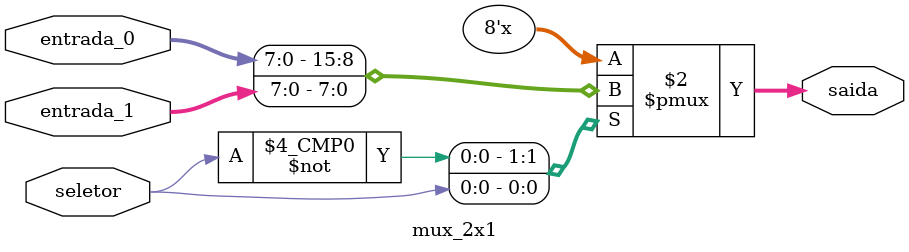
<source format=v>
module mux_2x1(
  entrada_0,
  entrada_1,
  seletor,
  saida
);

input wire [7:0] entrada_0;
input wire [7:0] entrada_1;
input wire 		 seletor;
output reg [7:0] saida;

always @ (*) begin
  case (seletor)
    0:begin
      saida = entrada_0;
    end
    1:begin
      saida = entrada_1;
    end
  endcase
end

endmodule

</source>
